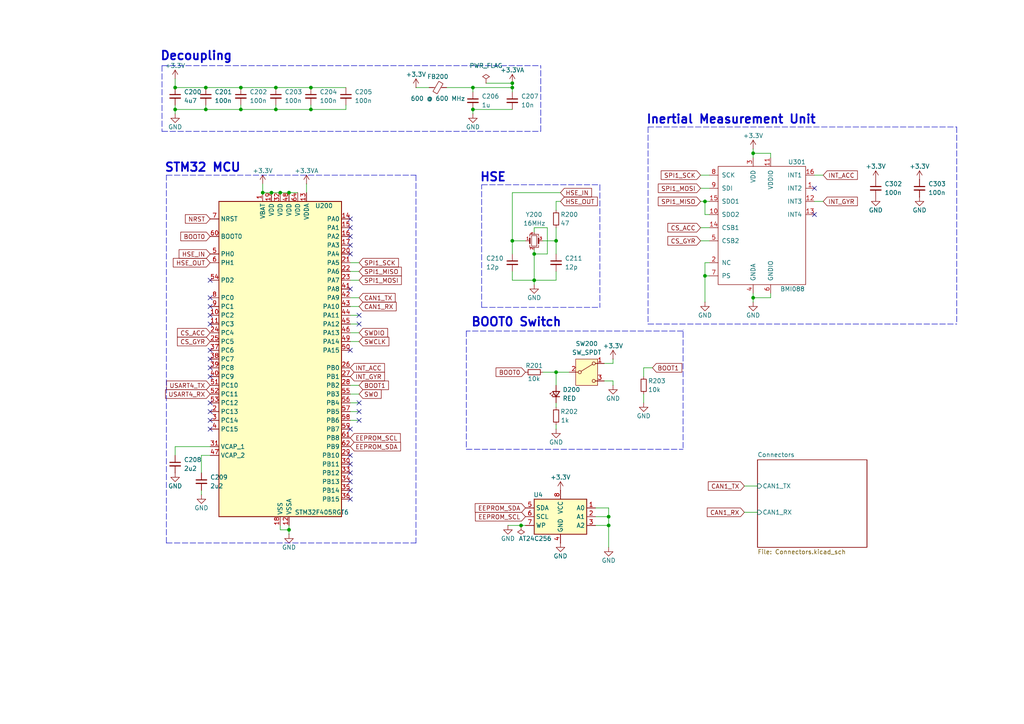
<source format=kicad_sch>
(kicad_sch (version 20250114) (generator "eeschema") (generator_version "9.0")
  (paper "A4")
  (title_block (title "STM32_Sensor_MX") (date "2025-06-03") (rev "1.0"))
  (lib_symbols
    (symbol "BMI088:BMI088" (pin_names (offset 1.016))
      (property "Reference" "U" (at 11.43 22.86 0))
      (property "Value" "BMI088" (at 8.89 -13.97 0))
      (symbol "BMI088_0_1"
        (rectangle (start -12.7 21.59) (end 12.7 -12.7))
      )
      (symbol "BMI088_1_1"
        (pin input line (at -15.24 19.05 0) (length 2.54) (name "SCK") (number "8"))
        (pin input line (at -15.24 15.24 0) (length 2.54) (name "SDI") (number "9"))
        (pin output line (at -15.24 11.43 0) (length 2.54) (name "SDO1") (number "15"))
        (pin output line (at -15.24 7.62 0) (length 2.54) (name "SDO2") (number "10"))
        (pin input line (at -15.24 3.81 0) (length 2.54) (name "CSB1") (number "14"))
        (pin input line (at -15.24 0 0) (length 2.54) (name "CSB2") (number "5"))
        (pin unspecified line (at -15.24 -6.35 0) (length 2.54) (name "NC") (number "2"))
        (pin input line (at -15.24 -10.16 0) (length 2.54) (name "PS") (number "7"))
        (pin power_in line (at -2.54 24.13 270) (length 2.54) (name "VDD") (number "3"))
        (pin power_in line (at -2.54 -15.24 90) (length 2.54) (name "GNDA") (number "4"))
        (pin power_in line (at 2.54 24.13 270) (length 2.54) (name "VDDIO") (number "11"))
        (pin power_in line (at 2.54 -15.24 90) (length 2.54) (name "GNDIO") (number "6"))
        (pin output line (at 15.24 19.05 180) (length 2.54) (name "INT1") (number "16"))
        (pin output line (at 15.24 15.24 180) (length 2.54) (name "INT2") (number "1"))
        (pin output line (at 15.24 11.43 180) (length 2.54) (name "INT3") (number "12"))
        (pin output line (at 15.24 7.62 180) (length 2.54) (name "INT4") (number "13"))
      )
    )
    (symbol "Device:C_Small" (pin_numbers (hide yes)) (pin_names (offset 0.254) (hide yes))
      (property "Reference" "C" (at 0.254 1.778 0))
      (property "Value" "C_Small" (at 0.254 -2.032 0))
      (symbol "C_Small_0_1"
        (polyline (pts (xy -1.524 0.508) (xy 1.524 0.508)) (stroke (width 0.3048)))
        (polyline (pts (xy -1.524 -0.508) (xy 1.524 -0.508)) (stroke (width 0.3302)))
      )
      (symbol "C_Small_1_1"
        (pin passive line (at 0 2.54 270) (length 2.032) (name "~") (number "1"))
        (pin passive line (at 0 -2.54 90) (length 2.032) (name "~") (number "2"))
      )
    )
    (symbol "Device:Crystal_GND24_Small" (pin_names (offset 1.016) (hide yes))
      (property "Reference" "Y" (at 1.27 4.445 0))
      (property "Value" "Crystal_GND24_Small" (at 1.27 2.54 0))
      (symbol "Crystal_GND24_Small_0_1"
        (polyline (pts (xy -1.27 1.27) (xy -1.27 1.905) (xy 1.27 1.905) (xy 1.27 1.27)))
        (polyline (pts (xy -1.27 -0.762) (xy -1.27 0.762)) (stroke (width 0.381)))
        (polyline (pts (xy -1.27 -1.27) (xy -1.27 -1.905) (xy 1.27 -1.905) (xy 1.27 -1.27)))
        (rectangle (start -0.762 -1.524) (end 0.762 1.524))
        (polyline (pts (xy 1.27 -0.762) (xy 1.27 0.762)) (stroke (width 0.381)))
      )
      (symbol "Crystal_GND24_Small_1_1"
        (pin passive line (at -2.54 0 0) (length 1.27) (name "1") (number "1"))
        (pin passive line (at 0 2.54 270) (length 0.635) (name "4") (number "4"))
        (pin passive line (at 0 -2.54 90) (length 0.635) (name "2") (number "2"))
        (pin passive line (at 2.54 0 180) (length 1.27) (name "3") (number "3"))
      )
    )
    (symbol "Device:FerriteBead_Small" (pin_numbers (hide yes)) (pin_names (offset 0))
      (property "Reference" "FB" (at 1.905 1.27 0))
      (property "Value" "FerriteBead_Small" (at 1.905 -1.27 0))
      (symbol "FerriteBead_Small_0_1"
        (polyline (pts (xy -1.8288 0.2794) (xy -1.1176 1.4986) (xy 1.8288 -0.2032) (xy 1.1176 -1.4224) (xy -1.8288 0.2794)))
        (polyline (pts (xy 0 0.889) (xy 0 1.2954)))
        (polyline (pts (xy 0 -1.27) (xy 0 -0.7874)))
      )
      (symbol "FerriteBead_Small_1_1"
        (pin passive line (at 0 2.54 270) (length 1.27) (name "~") (number "1"))
        (pin passive line (at 0 -2.54 90) (length 1.27) (name "~") (number "2"))
      )
    )
    (symbol "Device:LED_Small" (pin_numbers (hide yes)) (pin_names (offset 0.254) (hide yes))
      (property "Reference" "D" (at -1.27 3.175 0))
      (property "Value" "LED_Small" (at -4.445 -2.54 0))
      (symbol "LED_Small_0_1"
        (polyline (pts (xy -0.762 -1.016) (xy -0.762 1.016)) (stroke (width 0.254)))
        (polyline (pts (xy 0 0.762) (xy -0.508 1.27) (xy -0.254 1.27) (xy -0.508 1.27) (xy -0.508 1.016)))
        (polyline (pts (xy 0.508 1.27) (xy 0 1.778) (xy 0.254 1.778) (xy 0 1.778) (xy 0 1.524)))
        (polyline (pts (xy 0.762 -1.016) (xy -0.762 0) (xy 0.762 1.016) (xy 0.762 -1.016)) (stroke (width 0.254)))
        (polyline (pts (xy 1.016 0) (xy -0.762 0)))
      )
      (symbol "LED_Small_1_1"
        (pin passive line (at -2.54 0 0) (length 1.778) (name "K") (number "1"))
        (pin passive line (at 2.54 0 180) (length 1.778) (name "A") (number "2"))
      )
    )
    (symbol "Device:R_Small" (pin_numbers (hide yes)) (pin_names (offset 0.254) (hide yes))
      (property "Reference" "R" (at 0 0 90))
      (property "Value" "R_Small" (at 1.778 0 90))
      (symbol "R_Small_0_1"
        (rectangle (start -0.762 1.778) (end 0.762 -1.778) (stroke (width 0.2032)))
      )
      (symbol "R_Small_1_1"
        (pin passive line (at 0 2.54 270) (length 0.762) (name "~") (number "1"))
        (pin passive line (at 0 -2.54 90) (length 0.762) (name "~") (number "2"))
      )
    )
    (symbol "MCU_ST_STM32F4:STM32F405RGTx"
      (property "Reference" "U" (at -17.78 46.99 0))
      (property "Value" "STM32F405RGTx" (at 10.16 46.99 0))
      (symbol "STM32F405RGTx_0_1"
        (rectangle (start -17.78 -45.72) (end 17.78 45.72) (stroke (width 0.254)) (fill (type background)))
      )
      (symbol "STM32F405RGTx_1_1"
        (pin input line (at -20.32 40.64 0) (length 2.54) (name "NRST") (number "7"))
        (pin input line (at -20.32 35.56 0) (length 2.54) (name "BOOT0") (number "60"))
        (pin bidirectional line (at -20.32 30.48 0) (length 2.54) (name "PH0") (number "5"))
        (pin bidirectional line (at -20.32 27.94 0) (length 2.54) (name "PH1") (number "6"))
        (pin bidirectional line (at -20.32 22.86 0) (length 2.54) (name "PD2") (number "54"))
        (pin bidirectional line (at -20.32 17.78 0) (length 2.54) (name "PC0") (number "8"))
        (pin bidirectional line (at -20.32 15.24 0) (length 2.54) (name "PC1") (number "9"))
        (pin bidirectional line (at -20.32 12.7 0) (length 2.54) (name "PC2") (number "10"))
        (pin bidirectional line (at -20.32 10.16 0) (length 2.54) (name "PC3") (number "11"))
        (pin bidirectional line (at -20.32 7.62 0) (length 2.54) (name "PC4") (number "24"))
        (pin bidirectional line (at -20.32 5.08 0) (length 2.54) (name "PC5") (number "25"))
        (pin bidirectional line (at -20.32 2.54 0) (length 2.54) (name "PC6") (number "37"))
        (pin bidirectional line (at -20.32 0 0) (length 2.54) (name "PC7") (number "38"))
        (pin bidirectional line (at -20.32 -2.54 0) (length 2.54) (name "PC8") (number "39"))
        (pin bidirectional line (at -20.32 -5.08 0) (length 2.54) (name "PC9") (number "40"))
        (pin bidirectional line (at -20.32 -7.62 0) (length 2.54) (name "PC10") (number "51"))
        (pin bidirectional line (at -20.32 -10.16 0) (length 2.54) (name "PC11") (number "52"))
        (pin bidirectional line (at -20.32 -12.7 0) (length 2.54) (name "PC12") (number "53"))
        (pin bidirectional line (at -20.32 -15.24 0) (length 2.54) (name "PC13") (number "2"))
        (pin bidirectional line (at -20.32 -17.78 0) (length 2.54) (name "PC14") (number "3"))
        (pin bidirectional line (at -20.32 -20.32 0) (length 2.54) (name "PC15") (number "4"))
        (pin power_out line (at -20.32 -25.4 0) (length 2.54) (name "VCAP_1") (number "31"))
        (pin power_out line (at -20.32 -27.94 0) (length 2.54) (name "VCAP_2") (number "47"))
        (pin power_in line (at -5.08 48.26 270) (length 2.54) (name "VBAT") (number "1"))
        (pin power_in line (at -2.54 48.26 270) (length 2.54) (name "VDD") (number "19"))
        (pin power_in line (at 0 48.26 270) (length 2.54) (name "VDD") (number "32"))
        (pin power_in line (at 0 -48.26 90) (length 2.54) (name "VSS") (number "18"))
        (pin passive line (at 0 -48.26 90) (length 2.54) (hide yes) (name "VSS") (number "63"))
        (pin power_in line (at 2.54 48.26 270) (length 2.54) (name "VDD") (number "48"))
        (pin power_in line (at 2.54 -48.26 90) (length 2.54) (name "VSSA") (number "12"))
        (pin power_in line (at 5.08 48.26 270) (length 2.54) (name "VDD") (number "64"))
        (pin power_in line (at 7.62 48.26 270) (length 2.54) (name "VDDA") (number "13"))
        (pin bidirectional line (at 20.32 40.64 180) (length 2.54) (name "PA0") (number "14"))
        (pin bidirectional line (at 20.32 38.1 180) (length 2.54) (name "PA1") (number "15"))
        (pin bidirectional line (at 20.32 35.56 180) (length 2.54) (name "PA2") (number "16"))
        (pin bidirectional line (at 20.32 33.02 180) (length 2.54) (name "PA3") (number "17"))
        (pin bidirectional line (at 20.32 30.48 180) (length 2.54) (name "PA4") (number "20"))
        (pin bidirectional line (at 20.32 27.94 180) (length 2.54) (name "PA5") (number "21"))
        (pin bidirectional line (at 20.32 25.4 180) (length 2.54) (name "PA6") (number "22"))
        (pin bidirectional line (at 20.32 22.86 180) (length 2.54) (name "PA7") (number "23"))
        (pin bidirectional line (at 20.32 20.32 180) (length 2.54) (name "PA8") (number "41"))
        (pin bidirectional line (at 20.32 17.78 180) (length 2.54) (name "PA9") (number "42"))
        (pin bidirectional line (at 20.32 15.24 180) (length 2.54) (name "PA10") (number "43"))
        (pin bidirectional line (at 20.32 12.7 180) (length 2.54) (name "PA11") (number "44"))
        (pin bidirectional line (at 20.32 10.16 180) (length 2.54) (name "PA12") (number "45"))
        (pin bidirectional line (at 20.32 7.62 180) (length 2.54) (name "PA13") (number "46"))
        (pin bidirectional line (at 20.32 5.08 180) (length 2.54) (name "PA14") (number "49"))
        (pin bidirectional line (at 20.32 2.54 180) (length 2.54) (name "PA15") (number "50"))
        (pin bidirectional line (at 20.32 -2.54 180) (length 2.54) (name "PB0") (number "26"))
        (pin bidirectional line (at 20.32 -5.08 180) (length 2.54) (name "PB1") (number "27"))
        (pin bidirectional line (at 20.32 -7.62 180) (length 2.54) (name "PB2") (number "28"))
        (pin bidirectional line (at 20.32 -10.16 180) (length 2.54) (name "PB3") (number "55"))
        (pin bidirectional line (at 20.32 -12.7 180) (length 2.54) (name "PB4") (number "56"))
        (pin bidirectional line (at 20.32 -15.24 180) (length 2.54) (name "PB5") (number "57"))
        (pin bidirectional line (at 20.32 -17.78 180) (length 2.54) (name "PB6") (number "58"))
        (pin bidirectional line (at 20.32 -20.32 180) (length 2.54) (name "PB7") (number "59"))
        (pin bidirectional line (at 20.32 -22.86 180) (length 2.54) (name "PB8") (number "61"))
        (pin bidirectional line (at 20.32 -25.4 180) (length 2.54) (name "PB9") (number "62"))
        (pin bidirectional line (at 20.32 -27.94 180) (length 2.54) (name "PB10") (number "29"))
        (pin bidirectional line (at 20.32 -30.48 180) (length 2.54) (name "PB11") (number "30"))
        (pin bidirectional line (at 20.32 -33.02 180) (length 2.54) (name "PB12") (number "33"))
        (pin bidirectional line (at 20.32 -35.56 180) (length 2.54) (name "PB13") (number "34"))
        (pin bidirectional line (at 20.32 -38.1 180) (length 2.54) (name "PB14") (number "35"))
        (pin bidirectional line (at 20.32 -40.64 180) (length 2.54) (name "PB15") (number "36"))
      )
    )
    (symbol "Memory_EEPROM:CAT24C256"
      (property "Reference" "U" (at -6.35 6.35 0))
      (property "Value" "CAT24C256" (at 1.27 6.35 0))
      (symbol "CAT24C256_1_1"
        (rectangle (start -7.62 5.08) (end 7.62 -5.08) (stroke (width 0.254)) (fill (type background)))
        (pin input line (at -10.16 2.54 0) (length 2.54) (name "A0") (number "1"))
        (pin input line (at -10.16 0 0) (length 2.54) (name "A1") (number "2"))
        (pin input line (at -10.16 -2.54 0) (length 2.54) (name "A2") (number "3"))
        (pin power_in line (at 0 7.62 270) (length 2.54) (name "VCC") (number "8"))
        (pin power_in line (at 0 -7.62 90) (length 2.54) (name "GND") (number "4"))
        (pin bidirectional line (at 10.16 2.54 180) (length 2.54) (name "SDA") (number "5"))
        (pin input line (at 10.16 0 180) (length 2.54) (name "SCL") (number "6"))
        (pin input line (at 10.16 -2.54 180) (length 2.54) (name "WP") (number "7"))
      )
    )
    (symbol "Switch:SW_SPDT" (pin_names (offset 0) (hide yes))
      (property "Reference" "SW" (at 0 5.08 0))
      (property "Value" "SW_SPDT" (at 0 -5.08 0))
      (symbol "SW_SPDT_0_1"
        (circle (center -2.032 0) (radius 0.4572))
        (polyline (pts (xy -1.651 0.254) (xy 1.651 2.286)))
        (circle (center 2.032 2.54) (radius 0.4572))
        (circle (center 2.032 -2.54) (radius 0.4572))
      )
      (symbol "SW_SPDT_1_1"
        (rectangle (start -3.175 3.81) (end 3.175 -3.81) (fill (type background)))
        (pin passive line (at -5.08 0 0) (length 2.54) (name "B") (number "2"))
        (pin passive line (at 5.08 2.54 180) (length 2.54) (name "A") (number "1"))
        (pin passive line (at 5.08 -2.54 180) (length 2.54) (name "C") (number "3"))
      )
    )
    (symbol "power:+3.3V" (power) (pin_numbers (hide yes)) (pin_names (offset 0) (hide yes))
      (property "Value" "+3.3V" (at 0 3.556 0))
      (symbol "+3.3V_0_1"
        (polyline (pts (xy -0.762 1.27) (xy 0 2.54)))
        (polyline (pts (xy 0 2.54) (xy 0.762 1.27)))
        (polyline (pts (xy 0 0) (xy 0 2.54)))
      )
      (symbol "+3.3V_1_1"
        (pin power_in line (at 0 0 90) (length 0) (name "~") (number "1"))
      )
    )
    (symbol "power:+3.3VA" (power) (pin_numbers (hide yes)) (pin_names (offset 0) (hide yes))
      (property "Value" "+3.3VA" (at 0 3.556 0))
      (symbol "+3.3VA_0_1"
        (polyline (pts (xy -0.762 1.27) (xy 0 2.54)))
        (polyline (pts (xy 0 2.54) (xy 0.762 1.27)))
        (polyline (pts (xy 0 0) (xy 0 2.54)))
      )
      (symbol "+3.3VA_1_1"
        (pin power_in line (at 0 0 90) (length 0) (name "~") (number "1"))
      )
    )
    (symbol "power:GND" (power) (pin_numbers (hide yes)) (pin_names (offset 0) (hide yes))
      (property "Value" "GND" (at 0 -3.81 0))
      (symbol "GND_0_1"
        (polyline (pts (xy 0 0) (xy 0 -1.27) (xy 1.27 -1.27) (xy 0 -2.54) (xy -1.27 -1.27) (xy 0 -1.27)))
      )
      (symbol "GND_1_1"
        (pin power_in line (at 0 0 270) (length 0) (name "~") (number "1"))
      )
    )
    (symbol "power:PWR_FLAG" (power) (pin_numbers (hide yes)) (pin_names (offset 0) (hide yes))
      (property "Value" "PWR_FLAG" (at 0 3.81 0))
      (symbol "PWR_FLAG_0_0"
        (pin power_out line (at 0 0 90) (length 0) (name "~") (number "1"))
      )
      (symbol "PWR_FLAG_0_1"
        (polyline (pts (xy 0 0) (xy 0 1.27) (xy -1.016 1.905) (xy 0 2.54) (xy 1.016 1.905) (xy 0 1.27)))
      )
    )
  )
  (text "HSE" (at 139.065 52.959 0) (effects (font (size 2.4892 2.4892) (thickness 0.4978) (bold yes)) (justify left bottom)))
  (text "Inertial Measurement Unit" (at 187.325 36.195 0) (effects (font (size 2.4892 2.4892) (thickness 0.4978) (bold yes)) (justify left bottom)))
  (text "STM32 MCU" (at 47.625 50.165 0) (effects (font (size 2.4892 2.4892) (thickness 0.4978) (bold yes)) (justify left bottom)))
  (text "BOOT0 Switch" (at 136.525 94.996 0) (effects (font (size 2.4892 2.4892) (thickness 0.4978) (bold yes)) (justify left bottom)))
  (text "Decoupling" (at 46.355 17.78 0) (effects (font (size 2.4892 2.4892) (thickness 0.4978) (bold yes)) (justify left bottom)))
  (junction (at 83.82 153.67))
  (junction (at 83.82 55.88))
  (junction (at 148.59 69.85))
  (junction (at 80.01 31.75))
  (junction (at 69.85 31.75))
  (junction (at 148.59 24.13))
  (junction (at 81.28 55.88))
  (junction (at 76.2 55.88))
  (junction (at 148.59 25.4))
  (junction (at 161.29 107.95))
  (junction (at 50.8 25.4))
  (junction (at 78.74 55.88))
  (junction (at 137.16 25.4))
  (junction (at 59.69 25.4))
  (junction (at 80.01 25.4))
  (junction (at 176.53 152.4))
  (junction (at 154.94 73.66))
  (junction (at 204.47 80.01))
  (junction (at 50.8 31.75))
  (junction (at 176.53 149.86))
  (junction (at 90.17 31.75))
  (junction (at 154.94 81.28))
  (junction (at 204.47 58.42))
  (junction (at 161.29 69.85))
  (junction (at 218.44 44.45))
  (junction (at 137.16 31.75))
  (junction (at 218.44 86.36))
  (junction (at 151.13 152.4))
  (junction (at 69.85 25.4))
  (junction (at 90.17 25.4))
  (junction (at 59.69 31.75))
  (no_connect (at 101.6 139.7))
  (no_connect (at 60.96 121.92))
  (no_connect (at 101.6 71.12))
  (no_connect (at 60.96 81.28))
  (no_connect (at 104.14 121.92))
  (no_connect (at 104.14 116.84))
  (no_connect (at 101.6 142.24))
  (no_connect (at 101.6 132.08))
  (no_connect (at 60.96 88.9))
  (no_connect (at 60.96 109.22))
  (no_connect (at 101.6 144.78))
  (no_connect (at 101.6 68.58))
  (no_connect (at 101.6 83.82))
  (no_connect (at 60.96 86.36))
  (no_connect (at 104.14 119.38))
  (no_connect (at 101.6 101.6))
  (no_connect (at 101.6 66.04))
  (no_connect (at 104.14 93.98))
  (no_connect (at 60.96 124.46))
  (no_connect (at 101.6 134.62))
  (no_connect (at 60.96 91.44))
  (no_connect (at 60.96 101.6))
  (no_connect (at 60.96 104.14))
  (no_connect (at 236.22 62.23))
  (no_connect (at 60.96 119.38))
  (no_connect (at 104.14 91.44))
  (no_connect (at 101.6 63.5))
  (no_connect (at 101.6 73.66))
  (no_connect (at 60.96 106.68))
  (no_connect (at 60.96 116.84))
  (no_connect (at 236.22 54.61))
  (no_connect (at 60.96 93.98))
  (no_connect (at 101.6 137.16))
  (no_connect (at 101.6 124.46))
  (wire (pts (xy 69.85 30.48) (xy 69.85 31.75)))
  (wire (pts (xy 177.8 110.49) (xy 177.8 111.76)))
  (polyline (pts (xy 198.12 96.012) (xy 135.255 96.012)) (stroke (width 0) (type dash)))
  (wire (pts (xy 161.29 111.76) (xy 161.29 107.95)))
  (polyline (pts (xy 187.96 93.98) (xy 277.495 93.98)) (stroke (width 0) (type dash)))
  (wire (pts (xy 218.44 44.45) (xy 223.52 44.45)))
  (polyline (pts (xy 173.99 53.594) (xy 173.99 89.154)) (stroke (width 0) (type dash)))
  (wire (pts (xy 148.59 55.88) (xy 148.59 69.85)))
  (wire (pts (xy 80.01 31.75) (xy 90.17 31.75)))
  (wire (pts (xy 148.59 24.13) (xy 148.59 25.4)))
  (wire (pts (xy 58.42 143.51) (xy 58.42 142.24)))
  (wire (pts (xy 172.72 152.4) (xy 176.53 152.4)))
  (polyline (pts (xy 187.96 36.83) (xy 277.495 36.83)) (stroke (width 0) (type dash)))
  (wire (pts (xy 101.6 88.9) (xy 104.14 88.9)))
  (wire (pts (xy 176.53 147.32) (xy 176.53 149.86)))
  (wire (pts (xy 161.29 66.04) (xy 161.29 69.85)))
  (wire (pts (xy 59.69 31.75) (xy 69.85 31.75)))
  (wire (pts (xy 204.47 76.2) (xy 204.47 80.01)))
  (wire (pts (xy 204.47 58.42) (xy 203.2 58.42)))
  (wire (pts (xy 148.59 81.28) (xy 148.59 78.74)))
  (polyline (pts (xy 139.7 53.594) (xy 173.99 53.594)) (stroke (width 0) (type dash)))
  (wire (pts (xy 137.16 25.4) (xy 148.59 25.4)))
  (wire (pts (xy 203.2 69.85) (xy 205.74 69.85)))
  (polyline (pts (xy 48.26 50.8) (xy 120.65 50.8)) (stroke (width 0) (type dash)))
  (wire (pts (xy 162.56 58.42) (xy 161.29 58.42)))
  (polyline (pts (xy 48.26 157.48) (xy 120.65 157.48)) (stroke (width 0) (type dash)))
  (wire (pts (xy 101.6 76.2) (xy 104.14 76.2)))
  (wire (pts (xy 50.8 22.86) (xy 50.8 25.4)))
  (wire (pts (xy 157.48 107.95) (xy 161.29 107.95)))
  (wire (pts (xy 101.6 114.3) (xy 104.14 114.3)))
  (wire (pts (xy 176.53 152.4) (xy 176.53 158.75)))
  (wire (pts (xy 69.85 25.4) (xy 80.01 25.4)))
  (wire (pts (xy 88.9 53.34) (xy 88.9 55.88)))
  (wire (pts (xy 148.59 73.66) (xy 148.59 69.85)))
  (wire (pts (xy 186.69 106.68) (xy 186.69 109.22)))
  (wire (pts (xy 218.44 43.18) (xy 218.44 44.45)))
  (polyline (pts (xy 135.255 130.302) (xy 198.12 130.302)) (stroke (width 0) (type dash)))
  (wire (pts (xy 58.42 132.08) (xy 58.42 137.16)))
  (wire (pts (xy 76.2 53.34) (xy 76.2 55.88)))
  (wire (pts (xy 218.44 86.36) (xy 218.44 85.09)))
  (wire (pts (xy 83.82 153.67) (xy 83.82 154.94)))
  (wire (pts (xy 154.94 73.66) (xy 154.94 72.39)))
  (wire (pts (xy 218.44 86.36) (xy 223.52 86.36)))
  (polyline (pts (xy 46.99 19.05) (xy 46.99 38.1)) (stroke (width 0) (type dash)))
  (wire (pts (xy 83.82 153.67) (xy 81.28 153.67)))
  (wire (pts (xy 215.9 148.59) (xy 219.71 148.59)))
  (wire (pts (xy 203.2 50.8) (xy 205.74 50.8)))
  (wire (pts (xy 90.17 31.75) (xy 100.33 31.75)))
  (wire (pts (xy 81.28 153.67) (xy 81.28 152.4)))
  (wire (pts (xy 176.53 149.86) (xy 172.72 149.86)))
  (wire (pts (xy 81.28 55.88) (xy 83.82 55.88)))
  (polyline (pts (xy 46.99 38.1) (xy 156.845 38.1)) (stroke (width 0) (type dash)))
  (polyline (pts (xy 46.99 19.05) (xy 156.845 19.05)) (stroke (width 0) (type dash)))
  (polyline (pts (xy 187.96 36.83) (xy 187.96 93.98)) (stroke (width 0) (type dash)))
  (wire (pts (xy 90.17 25.4) (xy 100.33 25.4)))
  (wire (pts (xy 50.8 31.75) (xy 50.8 30.48)))
  (wire (pts (xy 101.6 121.92) (xy 104.14 121.92)))
  (wire (pts (xy 161.29 118.11) (xy 161.29 116.84)))
  (wire (pts (xy 161.29 69.85) (xy 157.48 69.85)))
  (wire (pts (xy 204.47 80.01) (xy 205.74 80.01)))
  (polyline (pts (xy 120.65 50.8) (xy 120.65 157.48)) (stroke (width 0) (type dash)))
  (wire (pts (xy 186.69 106.68) (xy 189.23 106.68)))
  (wire (pts (xy 161.29 124.46) (xy 161.29 123.19)))
  (polyline (pts (xy 139.7 89.154) (xy 139.7 53.594)) (stroke (width 0) (type dash)))
  (wire (pts (xy 101.6 91.44) (xy 104.14 91.44)))
  (polyline (pts (xy 198.12 129.921) (xy 198.12 95.631)) (stroke (width 0) (type dash)))
  (wire (pts (xy 177.8 110.49) (xy 175.26 110.49)))
  (wire (pts (xy 50.8 132.08) (xy 50.8 129.54)))
  (wire (pts (xy 137.16 26.67) (xy 137.16 25.4)))
  (wire (pts (xy 101.6 119.38) (xy 104.14 119.38)))
  (wire (pts (xy 151.13 152.4) (xy 152.4 152.4)))
  (wire (pts (xy 148.59 55.88) (xy 162.56 55.88)))
  (wire (pts (xy 172.72 147.32) (xy 176.53 147.32)))
  (wire (pts (xy 137.16 25.4) (xy 129.54 25.4)))
  (wire (pts (xy 154.94 81.28) (xy 148.59 81.28)))
  (wire (pts (xy 83.82 55.88) (xy 86.36 55.88)))
  (wire (pts (xy 205.74 76.2) (xy 204.47 76.2)))
  (wire (pts (xy 158.75 73.66) (xy 154.94 73.66)))
  (wire (pts (xy 205.74 54.61) (xy 203.2 54.61)))
  (wire (pts (xy 161.29 81.28) (xy 161.29 78.74)))
  (wire (pts (xy 161.29 73.66) (xy 161.29 69.85)))
  (wire (pts (xy 204.47 62.23) (xy 205.74 62.23)))
  (wire (pts (xy 203.2 66.04) (xy 205.74 66.04)))
  (wire (pts (xy 101.6 116.84) (xy 104.14 116.84)))
  (wire (pts (xy 90.17 31.75) (xy 90.17 30.48)))
  (wire (pts (xy 101.6 86.36) (xy 104.14 86.36)))
  (wire (pts (xy 223.52 44.45) (xy 223.52 45.72)))
  (wire (pts (xy 101.6 99.06) (xy 104.14 99.06)))
  (wire (pts (xy 60.96 132.08) (xy 58.42 132.08)))
  (wire (pts (xy 101.6 111.76) (xy 104.14 111.76)))
  (wire (pts (xy 137.16 31.75) (xy 148.59 31.75)))
  (wire (pts (xy 50.8 33.02) (xy 50.8 31.75)))
  (wire (pts (xy 137.16 31.75) (xy 137.16 33.02)))
  (polyline (pts (xy 139.7 89.154) (xy 173.99 89.154)) (stroke (width 0) (type dash)))
  (wire (pts (xy 154.94 67.31) (xy 154.94 66.04)))
  (wire (pts (xy 176.53 149.86) (xy 176.53 152.4)))
  (wire (pts (xy 59.69 30.48) (xy 59.69 31.75)))
  (wire (pts (xy 215.9 140.97) (xy 219.71 140.97)))
  (wire (pts (xy 148.59 69.85) (xy 152.4 69.85)))
  (wire (pts (xy 50.8 25.4) (xy 59.69 25.4)))
  (wire (pts (xy 78.74 55.88) (xy 81.28 55.88)))
  (wire (pts (xy 154.94 73.66) (xy 154.94 81.28)))
  (wire (pts (xy 154.94 66.04) (xy 158.75 66.04)))
  (wire (pts (xy 50.8 129.54) (xy 60.96 129.54)))
  (wire (pts (xy 223.52 86.36) (xy 223.52 85.09)))
  (wire (pts (xy 218.44 44.45) (xy 218.44 45.72)))
  (wire (pts (xy 148.59 26.67) (xy 148.59 25.4)))
  (wire (pts (xy 101.6 81.28) (xy 104.14 81.28)))
  (wire (pts (xy 186.69 114.3) (xy 186.69 116.84)))
  (wire (pts (xy 140.97 24.13) (xy 148.59 24.13)))
  (wire (pts (xy 177.8 105.41) (xy 177.8 104.14)))
  (wire (pts (xy 101.6 78.74) (xy 104.14 78.74)))
  (wire (pts (xy 218.44 87.63) (xy 218.44 86.36)))
  (wire (pts (xy 238.76 58.42) (xy 236.22 58.42)))
  (wire (pts (xy 100.33 31.75) (xy 100.33 30.48)))
  (polyline (pts (xy 135.255 96.012) (xy 135.255 130.302)) (stroke (width 0) (type dash)))
  (wire (pts (xy 101.6 93.98) (xy 104.14 93.98)))
  (wire (pts (xy 154.94 82.55) (xy 154.94 81.28)))
  (wire (pts (xy 80.01 25.4) (xy 90.17 25.4)))
  (wire (pts (xy 69.85 31.75) (xy 80.01 31.75)))
  (wire (pts (xy 161.29 58.42) (xy 161.29 60.96)))
  (wire (pts (xy 154.94 81.28) (xy 161.29 81.28)))
  (wire (pts (xy 158.75 66.04) (xy 158.75 73.66)))
  (wire (pts (xy 101.6 96.52) (xy 104.14 96.52)))
  (wire (pts (xy 59.69 25.4) (xy 69.85 25.4)))
  (wire (pts (xy 204.47 58.42) (xy 204.47 62.23)))
  (polyline (pts (xy 48.26 157.48) (xy 48.26 50.8)) (stroke (width 0) (type dash)))
  (wire (pts (xy 83.82 153.67) (xy 83.82 152.4)))
  (polyline (pts (xy 277.495 36.83) (xy 277.495 93.98)) (stroke (width 0) (type dash)))
  (wire (pts (xy 204.47 87.63) (xy 204.47 80.01)))
  (polyline (pts (xy 156.845 38.1) (xy 156.845 19.05)) (stroke (width 0) (type dash)))
  (wire (pts (xy 147.32 152.4) (xy 151.13 152.4)))
  (wire (pts (xy 165.1 107.95) (xy 161.29 107.95)))
  (wire (pts (xy 120.65 25.4) (xy 124.46 25.4)))
  (wire (pts (xy 80.01 30.48) (xy 80.01 31.75)))
  (wire (pts (xy 238.76 50.8) (xy 236.22 50.8)))
  (wire (pts (xy 76.2 55.88) (xy 78.74 55.88)))
  (wire (pts (xy 175.26 105.41) (xy 177.8 105.41)))
  (wire (pts (xy 205.74 58.42) (xy 204.47 58.42)))
  (wire (pts (xy 50.8 31.75) (xy 59.69 31.75)))
  (global_label "SWO" (shape input) (at 104.14 114.3 0) (property "Intersheetrefs" "${INTERSHEET_REFS}" (effects (hide yes))))
  (global_label "HSE_IN" (shape input) (at 60.96 73.66 180) (property "Intersheetrefs" "${INTERSHEET_REFS}" (effects (hide yes))))
  (global_label "INT_ACC" (shape input) (at 238.76 50.8 0) (property "Intersheetrefs" "${INTERSHEET_REFS}" (effects (hide yes))))
  (global_label "CAN1_RX" (shape input) (at 215.9 148.59 180) (property "Intersheetrefs" "${INTERSHEET_REFS}" (effects (hide yes))))
  (global_label "USART4_RX" (shape input) (at 60.96 114.3 180) (property "Intersheetrefs" "${INTERSHEET_REFS}" (effects (hide yes))))
  (global_label "NRST" (shape input) (at 60.96 63.5 180) (property "Intersheetrefs" "${INTERSHEET_REFS}" (effects (hide yes))))
  (global_label "SWCLK" (shape input) (at 104.14 99.06 0) (property "Intersheetrefs" "${INTERSHEET_REFS}" (effects (hide yes))))
  (global_label "CAN1_RX" (shape input) (at 104.14 88.9 0) (property "Intersheetrefs" "${INTERSHEET_REFS}" (effects (hide yes))))
  (global_label "CS_ACC" (shape input) (at 60.96 96.52 180) (property "Intersheetrefs" "${INTERSHEET_REFS}" (effects (hide yes))))
  (global_label "SPI1_SCK" (shape input) (at 203.2 50.8 180) (property "Intersheetrefs" "${INTERSHEET_REFS}" (effects (hide yes))))
  (global_label "EEPROM_SCL" (shape input) (at 152.4 149.86 180) (property "Intersheetrefs" "${INTERSHEET_REFS}" (effects (hide yes))))
  (global_label "HSE_OUT" (shape input) (at 162.56 58.42 0) (property "Intersheetrefs" "${INTERSHEET_REFS}" (effects (hide yes))))
  (global_label "BOOT0" (shape input) (at 152.4 107.95 180) (property "Intersheetrefs" "${INTERSHEET_REFS}" (effects (hide yes))))
  (global_label "USART4_TX" (shape input) (at 60.96 111.76 180) (property "Intersheetrefs" "${INTERSHEET_REFS}" (effects (hide yes))))
  (global_label "SPI1_MISO" (shape input) (at 104.14 78.74 0) (property "Intersheetrefs" "${INTERSHEET_REFS}" (effects (hide yes))))
  (global_label "BOOT1" (shape input) (at 104.14 111.76 0) (property "Intersheetrefs" "${INTERSHEET_REFS}" (effects (hide yes))))
  (global_label "SWDIO" (shape input) (at 104.14 96.52 0) (property "Intersheetrefs" "${INTERSHEET_REFS}" (effects (hide yes))))
  (global_label "CAN1_TX" (shape input) (at 104.14 86.36 0) (property "Intersheetrefs" "${INTERSHEET_REFS}" (effects (hide yes))))
  (global_label "SPI1_MISO" (shape input) (at 203.2 58.42 180) (property "Intersheetrefs" "${INTERSHEET_REFS}" (effects (hide yes))))
  (global_label "BOOT1" (shape input) (at 189.23 106.68 0) (property "Intersheetrefs" "${INTERSHEET_REFS}" (effects (hide yes))))
  (global_label "HSE_OUT" (shape input) (at 60.96 76.2 180) (property "Intersheetrefs" "${INTERSHEET_REFS}" (effects (hide yes))))
  (global_label "EEPROM_SCL" (shape input) (at 101.6 127 0) (property "Intersheetrefs" "${INTERSHEET_REFS}" (effects (hide yes))))
  (global_label "CS_GYR" (shape input) (at 203.2 69.85 180) (property "Intersheetrefs" "${INTERSHEET_REFS}" (effects (hide yes))))
  (global_label "EEPROM_SDA" (shape input) (at 101.6 129.54 0) (property "Intersheetrefs" "${INTERSHEET_REFS}" (effects (hide yes))))
  (global_label "EEPROM_SDA" (shape input) (at 152.4 147.32 180) (property "Intersheetrefs" "${INTERSHEET_REFS}" (effects (hide yes))))
  (global_label "INT_GYR" (shape input) (at 238.76 58.42 0) (property "Intersheetrefs" "${INTERSHEET_REFS}" (effects (hide yes))))
  (global_label "CS_GYR" (shape input) (at 60.96 99.06 180) (property "Intersheetrefs" "${INTERSHEET_REFS}" (effects (hide yes))))
  (global_label "SPI1_SCK" (shape input) (at 104.14 76.2 0) (property "Intersheetrefs" "${INTERSHEET_REFS}" (effects (hide yes))))
  (global_label "INT_ACC" (shape input) (at 101.6 106.68 0) (property "Intersheetrefs" "${INTERSHEET_REFS}" (effects (hide yes))))
  (global_label "HSE_IN" (shape input) (at 162.56 55.88 0) (property "Intersheetrefs" "${INTERSHEET_REFS}" (effects (hide yes))))
  (global_label "INT_GYR" (shape input) (at 101.6 109.22 0) (property "Intersheetrefs" "${INTERSHEET_REFS}" (effects (hide yes))))
  (global_label "SPI1_MOSI" (shape input) (at 203.2 54.61 180) (property "Intersheetrefs" "${INTERSHEET_REFS}" (effects (hide yes))))
  (global_label "CS_ACC" (shape input) (at 203.2 66.04 180) (property "Intersheetrefs" "${INTERSHEET_REFS}" (effects (hide yes))))
  (global_label "CAN1_TX" (shape input) (at 215.9 140.97 180) (property "Intersheetrefs" "${INTERSHEET_REFS}" (effects (hide yes))))
  (global_label "BOOT0" (shape input) (at 60.96 68.58 180) (property "Intersheetrefs" "${INTERSHEET_REFS}" (effects (hide yes))))
  (global_label "SPI1_MOSI" (shape input) (at 104.14 81.28 0) (property "Intersheetrefs" "${INTERSHEET_REFS}" (effects (hide yes))))
  (symbol (lib_id "power:+3.3V") (at 218.44 43.18 0) (unit 1)
    (property "Reference" "#PWR039" (effects (hide yes)))
    (property "Value" "+3.3V" (at 218.44 39.37 0))
  )
  (symbol (lib_id "power:GND") (at 218.44 87.63 0) (unit 1)
    (property "Reference" "#PWR040" (effects (hide yes)))
    (property "Value" "GND" (at 218.44 91.44 0))
    (property "Description" "Power symbol creates a global label with name \"GND\" , ground" (effects (hide yes)))
  )
  (symbol (lib_id "power:GND") (at 204.47 87.63 0) (unit 1)
    (property "Reference" "#PWR038" (effects (hide yes)))
    (property "Value" "GND" (at 204.47 91.44 0))
    (property "Description" "Power symbol creates a global label with name \"GND\" , ground" (effects (hide yes)))
  )
  (symbol (lib_id "BMI088:BMI088") (at 220.98 69.85 0) (unit 1)
    (property "Reference" "U301" (at 231.14 46.99 0))
    (property "Value" "BMI088" (at 229.87 83.82 0))
    (property "Footprint" "BMI088:BMI088" (effects (hide yes)))
    (property "LCSC Part #" "C194919" (effects (hide yes)))
  )
  (symbol (lib_id "Device:C_Small") (at 254 54.61 0) (unit 1)
    (property "Reference" "C302" (at 256.54 53.34 0) (effects (justify left)))
    (property "Value" "100n" (at 256.54 55.88 0) (effects (justify left)))
    (property "Footprint" "Capacitor_SMD:C_0402_1005Metric" (effects (hide yes)))
    (property "LCSC Part #" "C1525" (effects (hide yes)))
  )
  (symbol (lib_id "power:+3.3V") (at 254 52.07 0) (unit 1)
    (property "Reference" "#PWR047" (effects (hide yes)))
    (property "Value" "+3.3V" (at 254 48.26 0))
  )
  (symbol (lib_id "power:GND") (at 254 57.15 0) (unit 1)
    (property "Reference" "#PWR048" (effects (hide yes)))
    (property "Value" "GND" (at 254 60.96 0))
    (property "Description" "Power symbol creates a global label with name \"GND\" , ground" (effects (hide yes)))
  )
  (symbol (lib_id "Device:C_Small") (at 266.7 54.61 0) (unit 1)
    (property "Reference" "C303" (at 269.24 53.34 0) (effects (justify left)))
    (property "Value" "100n" (at 269.24 55.88 0) (effects (justify left)))
    (property "Footprint" "Capacitor_SMD:C_0402_1005Metric" (effects (hide yes)))
    (property "LCSC Part #" "C1525" (effects (hide yes)))
  )
  (symbol (lib_id "power:+3.3V") (at 266.7 52.07 0) (unit 1)
    (property "Reference" "#PWR049" (effects (hide yes)))
    (property "Value" "+3.3V" (at 266.7 48.26 0))
  )
  (symbol (lib_id "power:GND") (at 266.7 57.15 0) (unit 1)
    (property "Reference" "#PWR050" (effects (hide yes)))
    (property "Value" "GND" (at 266.7 60.96 0))
    (property "Description" "Power symbol creates a global label with name \"GND\" , ground" (effects (hide yes)))
  )
  (symbol (lib_id "MCU_ST_STM32F4:STM32F405RGTx") (at 81.28 104.14 0) (unit 1)
    (property "Reference" "U200" (at 93.98 59.69 0))
    (property "Value" "STM32F405RGT6" (at 93.345 148.59 0))
    (property "Footprint" "Package_QFP:LQFP-64_10x10mm_P0.5mm" (effects (hide yes)))
    (property "Datasheet" "http://www.st.com/st-web-ui/static/active/en/resource/technical/document/datasheet/DM00037051.pdf" (effects (hide yes)))
    (property "LCSC Part #" "C15742" (effects (hide yes)))
  )
  (symbol (lib_id "power:GND") (at 83.82 154.94 0) (unit 1)
    (property "Reference" "#PWR019" (effects (hide yes)))
    (property "Value" "GND" (at 83.82 158.75 0))
    (property "Description" "Power symbol creates a global label with name \"GND\" , ground" (effects (hide yes)))
  )
  (symbol (lib_id "power:+3.3V") (at 76.2 53.34 0) (unit 1)
    (property "Reference" "#PWR018" (effects (hide yes)))
    (property "Value" "+3.3V" (at 76.2 49.53 0))
  )
  (symbol (lib_id "power:+3.3VA") (at 88.9 53.34 0) (unit 1)
    (property "Reference" "#PWR020" (effects (hide yes)))
    (property "Value" "+3.3VA" (at 88.9 49.53 0))
  )
  (symbol (lib_id "Device:C_Small") (at 58.42 139.7 0) (unit 1)
    (property "Reference" "C209" (at 60.96 138.43 0) (effects (justify left)))
    (property "Value" "2u2" (at 60.96 140.97 0) (effects (justify left)))
    (property "Footprint" "Capacitor_SMD:C_0603_1608Metric" (effects (hide yes)))
    (property "LCSC Part #" "C23630" (effects (hide yes)))
  )
  (symbol (lib_id "Device:C_Small") (at 50.8 134.62 0) (unit 1)
    (property "Reference" "C208" (at 53.34 133.35 0) (effects (justify left)))
    (property "Value" "2u2" (at 53.34 135.89 0) (effects (justify left)))
    (property "Footprint" "Capacitor_SMD:C_0603_1608Metric" (effects (hide yes)))
    (property "LCSC Part #" "C23630" (effects (hide yes)))
  )
  (symbol (lib_id "power:GND") (at 58.42 143.51 0) (unit 1)
    (property "Reference" "#PWR017" (effects (hide yes)))
    (property "Value" "GND" (at 58.42 147.32 0))
    (property "Description" "Power symbol creates a global label with name \"GND\" , ground" (effects (hide yes)))
  )
  (symbol (lib_id "power:GND") (at 50.8 137.16 0) (unit 1)
    (property "Reference" "#PWR016" (effects (hide yes)))
    (property "Value" "GND" (at 50.8 140.97 0))
    (property "Description" "Power symbol creates a global label with name \"GND\" , ground" (effects (hide yes)))
  )
  (symbol (lib_id "Device:C_Small") (at 50.8 27.94 0) (unit 1)
    (property "Reference" "C200" (at 53.34 26.67 0) (effects (justify left)))
    (property "Value" "4u7" (at 53.34 29.21 0) (effects (justify left)))
    (property "Footprint" "Capacitor_SMD:C_0603_1608Metric" (effects (hide yes)))
    (property "LCSC Part #" "C19666" (effects (hide yes)))
  )
  (symbol (lib_id "Device:C_Small") (at 59.69 27.94 0) (unit 1)
    (property "Reference" "C201" (at 62.23 26.67 0) (effects (justify left)))
    (property "Value" "100n" (at 62.23 29.21 0) (effects (justify left)))
    (property "Footprint" "Capacitor_SMD:C_0402_1005Metric" (effects (hide yes)))
    (property "LCSC Part #" "C1525" (effects (hide yes)))
  )
  (symbol (lib_id "Device:C_Small") (at 69.85 27.94 0) (unit 1)
    (property "Reference" "C202" (at 72.39 26.67 0) (effects (justify left)))
    (property "Value" "100n" (at 72.39 29.21 0) (effects (justify left)))
    (property "Footprint" "Capacitor_SMD:C_0402_1005Metric" (effects (hide yes)))
    (property "LCSC Part #" "C1525" (effects (hide yes)))
  )
  (symbol (lib_id "Device:C_Small") (at 80.01 27.94 0) (unit 1)
    (property "Reference" "C203" (at 82.55 26.67 0) (effects (justify left)))
    (property "Value" "100n" (at 82.55 29.21 0) (effects (justify left)))
    (property "Footprint" "Capacitor_SMD:C_0402_1005Metric" (effects (hide yes)))
    (property "LCSC Part #" "C1525" (effects (hide yes)))
  )
  (symbol (lib_id "Device:C_Small") (at 90.17 27.94 0) (unit 1)
    (property "Reference" "C204" (at 92.71 26.67 0) (effects (justify left)))
    (property "Value" "100n" (at 92.71 29.21 0) (effects (justify left)))
    (property "Footprint" "Capacitor_SMD:C_0402_1005Metric" (effects (hide yes)))
    (property "LCSC Part #" "C1525" (effects (hide yes)))
  )
  (symbol (lib_id "Device:C_Small") (at 100.33 27.94 0) (unit 1)
    (property "Reference" "C205" (at 102.87 26.67 0) (effects (justify left)))
    (property "Value" "100n" (at 102.87 29.21 0) (effects (justify left)))
    (property "Footprint" "Capacitor_SMD:C_0402_1005Metric" (effects (hide yes)))
    (property "LCSC Part #" "C1525" (effects (hide yes)))
  )
  (symbol (lib_id "power:+3.3V") (at 50.8 22.86 0) (unit 1)
    (property "Reference" "#PWR014" (effects (hide yes)))
    (property "Value" "+3.3V" (at 50.8 19.05 0))
  )
  (symbol (lib_id "power:GND") (at 50.8 33.02 0) (unit 1)
    (property "Reference" "#PWR015" (effects (hide yes)))
    (property "Value" "GND" (at 50.8 36.83 0))
    (property "Description" "Power symbol creates a global label with name \"GND\" , ground" (effects (hide yes)))
  )
  (symbol (lib_id "Device:FerriteBead_Small") (at 127 25.4 270) (unit 1)
    (property "Reference" "FB200" (at 127 22.225 90))
    (property "Value" "600 @ 600 MHz" (at 127 28.575 90))
    (property "Footprint" "Inductor_SMD:L_0805_2012Metric" (effects (hide yes)))
    (property "LCSC Part #" "C1017" (effects (hide yes)))
  )
  (symbol (lib_id "power:+3.3V") (at 120.65 25.4 0) (unit 1)
    (property "Reference" "#PWR021" (effects (hide yes)))
    (property "Value" "+3.3V" (at 120.65 21.59 0))
  )
  (symbol (lib_id "Device:C_Small") (at 137.16 29.21 0) (unit 1)
    (property "Reference" "C206" (at 139.7 27.94 0) (effects (justify left)))
    (property "Value" "1u" (at 139.7 30.48 0) (effects (justify left)))
    (property "Footprint" "Capacitor_SMD:C_0402_1005Metric" (effects (hide yes)))
    (property "LCSC Part #" "C52923" (effects (hide yes)))
  )
  (symbol (lib_id "Device:C_Small") (at 148.59 29.21 0) (unit 1)
    (property "Reference" "C207" (at 151.13 27.94 0) (effects (justify left)))
    (property "Value" "10n" (at 151.13 30.48 0) (effects (justify left)))
    (property "Footprint" "Capacitor_SMD:C_0402_1005Metric" (effects (hide yes)))
    (property "LCSC Part #" "C15195" (effects (hide yes)))
  )
  (symbol (lib_id "power:GND") (at 137.16 33.02 0) (unit 1)
    (property "Reference" "#PWR022" (effects (hide yes)))
    (property "Value" "GND" (at 137.16 36.83 0))
    (property "Description" "Power symbol creates a global label with name \"GND\" , ground" (effects (hide yes)))
  )
  (symbol (lib_id "Device:Crystal_GND24_Small") (at 154.94 69.85 0) (unit 1)
    (property "Reference" "Y200" (at 152.4 62.23 0) (effects (justify left)))
    (property "Value" "16MHz" (at 151.765 64.77 0) (effects (justify left)))
    (property "Footprint" "Crystal:Crystal_SMD_3225-4Pin_3.2x2.5mm" (effects (hide yes)))
    (property "LCSC Part #" "C13738" (effects (hide yes)))
  )
  (symbol (lib_id "Device:R_Small") (at 161.29 63.5 0) (unit 1)
    (property "Reference" "R200" (at 162.56 62.23 0) (effects (justify left)))
    (property "Value" "47" (at 162.56 64.77 0) (effects (justify left)))
    (property "Footprint" "Resistor_SMD:R_0402_1005Metric" (effects (hide yes)))
    (property "LCSC Part #" "C25118" (effects (hide yes)))
  )
  (symbol (lib_id "Device:C_Small") (at 161.29 76.2 0) (unit 1)
    (property "Reference" "C211" (at 163.83 74.93 0) (effects (justify left)))
    (property "Value" "12p" (at 163.83 77.47 0) (effects (justify left)))
    (property "Footprint" "Capacitor_SMD:C_0402_1005Metric" (effects (hide yes)))
    (property "LCSC Part #" "C1547" (effects (hide yes)))
  )
  (symbol (lib_id "Device:C_Small") (at 148.59 76.2 0) (unit 1)
    (property "Reference" "C210" (at 140.97 74.93 0) (effects (justify left)))
    (property "Value" "12p" (at 140.97 77.47 0) (effects (justify left)))
    (property "Footprint" "Capacitor_SMD:C_0402_1005Metric" (effects (hide yes)))
    (property "LCSC Part #" "C1547" (effects (hide yes)))
  )
  (symbol (lib_id "power:GND") (at 154.94 82.55 0) (unit 1)
    (property "Reference" "#PWR024" (effects (hide yes)))
    (property "Value" "GND" (at 154.94 86.36 0))
    (property "Description" "Power symbol creates a global label with name \"GND\" , ground" (effects (hide yes)))
  )
  (symbol (lib_id "power:+3.3VA") (at 148.59 24.13 0) (unit 1)
    (property "Reference" "#PWR023" (effects (hide yes)))
    (property "Value" "+3.3VA" (at 148.59 20.32 0))
  )
  (symbol (lib_id "Device:R_Small") (at 186.69 111.76 0) (unit 1)
    (property "Reference" "R203" (at 187.96 110.49 0) (effects (justify left)))
    (property "Value" "10k" (at 187.96 113.03 0) (effects (justify left)))
    (property "Footprint" "Resistor_SMD:R_0402_1005Metric" (effects (hide yes)))
    (property "LCSC Part #" "C25744" (effects (hide yes)))
  )
  (symbol (lib_id "power:GND") (at 186.69 116.84 0) (unit 1)
    (property "Reference" "#PWR035" (effects (hide yes)))
    (property "Value" "GND" (at 186.69 120.65 0))
    (property "Description" "Power symbol creates a global label with name \"GND\" , ground" (effects (hide yes)))
  )
  (symbol (lib_id "Switch:SW_SPDT") (at 170.18 107.95 0) (unit 1)
    (property "Reference" "SW200" (at 170.18 99.695 0))
    (property "Value" "SW_SPDT" (at 170.18 102.235 0))
    (property "Footprint" "Button_Switch_SMD:SW_SPDT_PCM12" (effects (hide yes)))
  )
  (symbol (lib_id "Device:R_Small") (at 154.94 107.95 270) (unit 1)
    (property "Reference" "R201" (at 152.4 106.045 90) (effects (justify left)))
    (property "Value" "10k" (at 153.035 109.855 90) (effects (justify left)))
    (property "Footprint" "Resistor_SMD:R_0402_1005Metric" (effects (hide yes)))
    (property "LCSC Part #" "C25744" (effects (hide yes)))
  )
  (symbol (lib_id "power:GND") (at 177.8 111.76 0) (unit 1)
    (property "Reference" "#PWR032" (effects (hide yes)))
    (property "Value" "GND" (at 177.8 115.57 0))
    (property "Description" "Power symbol creates a global label with name \"GND\" , ground" (effects (hide yes)))
  )
  (symbol (lib_id "power:+3.3V") (at 177.8 104.14 0) (unit 1)
    (property "Reference" "#PWR031" (effects (hide yes)))
    (property "Value" "+3.3V" (at 177.8 100.33 0))
  )
  (symbol (lib_id "Device:LED_Small") (at 161.29 114.3 90) (unit 1)
    (property "Reference" "D200" (at 163.195 113.03 90) (effects (justify right)))
    (property "Value" "RED" (at 163.195 115.57 90) (effects (justify right)))
    (property "Footprint" "LED_SMD:LED_0603_1608Metric" (effects (hide yes)))
    (property "LCSC Part #" "C2286" (effects (hide yes)))
  )
  (symbol (lib_id "Device:R_Small") (at 161.29 120.65 180) (unit 1)
    (property "Reference" "R202" (at 167.64 119.38 0) (effects (justify left)))
    (property "Value" "1k" (at 165.1 121.92 0) (effects (justify left)))
    (property "Footprint" "Resistor_SMD:R_0603_1608Metric" (effects (hide yes)))
    (property "LCSC Part #" "C21190" (effects (hide yes)))
  )
  (symbol (lib_id "power:GND") (at 161.29 124.46 0) (unit 1)
    (property "Reference" "#PWR029" (effects (hide yes)))
    (property "Value" "GND" (at 161.29 128.27 0))
    (property "Description" "Power symbol creates a global label with name \"GND\" , ground" (effects (hide yes)))
  )
  (symbol (lib_id "Memory_EEPROM:CAT24C256") (at 162.56 149.86 0) (mirror y) (unit 1)
    (property "Reference" "U4" (at 157.48 143.51 0) (effects (justify left)))
    (property "Value" "AT24C256" (at 160.02 156.21 0) (effects (justify left)))
    (property "Footprint" "Package_SO:SOIC-8_3.9x4.9mm_P1.27mm" (effects (hide yes)))
    (property "Datasheet" "https://datasheet.lcsc.com/lcsc/2304140030_Microchip-Tech-AT24C256C-SSHL-T_C6482.pdf" (effects (hide yes)))
    (property "LCSC" "C6482" (effects (hide yes)))
  )
  (symbol (lib_id "power:+3.3V") (at 162.56 142.24 0) (unit 1)
    (property "Reference" "#PWR04" (effects (hide yes)))
    (property "Value" "+3.3V" (at 162.56 138.43 0))
  )
  (symbol (lib_id "power:PWR_FLAG") (at 140.97 24.13 0) (unit 1)
    (property "Reference" "#FLG02" (effects (hide yes)))
    (property "Value" "PWR_FLAG" (at 140.97 19.05 0))
    (property "Description" "Special symbol for telling ERC where power comes from" (effects (hide yes)))
  )
  (symbol (lib_id "power:GND") (at 147.32 152.4 0) (unit 1)
    (property "Reference" "#PWR01" (effects (hide yes)))
    (property "Value" "GND" (at 147.32 156.21 0))
    (property "Description" "Power symbol creates a global label with name \"GND\" , ground" (effects (hide yes)))
  )
  (symbol (lib_id "power:GND") (at 162.56 157.48 0) (mirror y) (unit 1)
    (property "Reference" "#PWR026" (effects (hide yes)))
    (property "Value" "GND" (at 162.56 161.29 0))
    (property "Description" "Power symbol creates a global label with name \"GND\" , ground" (effects (hide yes)))
  )
  (symbol (lib_id "power:PWR_FLAG") (at 151.13 152.4 180) (unit 1)
    (property "Reference" "#FLG03" (effects (hide yes)))
    (property "Value" "PWR_FLAG" (effects (hide yes)))
    (property "Description" "Special symbol for telling ERC where power comes from" (effects (hide yes)))
  )
  (symbol (lib_id "power:GND") (at 176.53 158.75 0) (mirror y) (unit 1)
    (property "Reference" "#PWR027" (effects (hide yes)))
    (property "Value" "GND" (at 176.53 162.56 0))
    (property "Description" "Power symbol creates a global label with name \"GND\" , ground" (effects (hide yes)))
  )
  (sheet (at 219.71 133.35) (size 31.75 25.4) (stroke (width 0.1524))
    (property "Sheetname" "Connectors" (at 219.71 132.6384 0) (effects (justify left bottom)))
    (property "Sheetfile" "Connectors.kicad_sch" (at 219.71 159.3346 0) (effects (justify left top)))
    (pin "CAN1_TX" input (at 219.71 140.97 180))
    (pin "CAN1_RX" input (at 219.71 148.59 180))
  )
)
</source>
